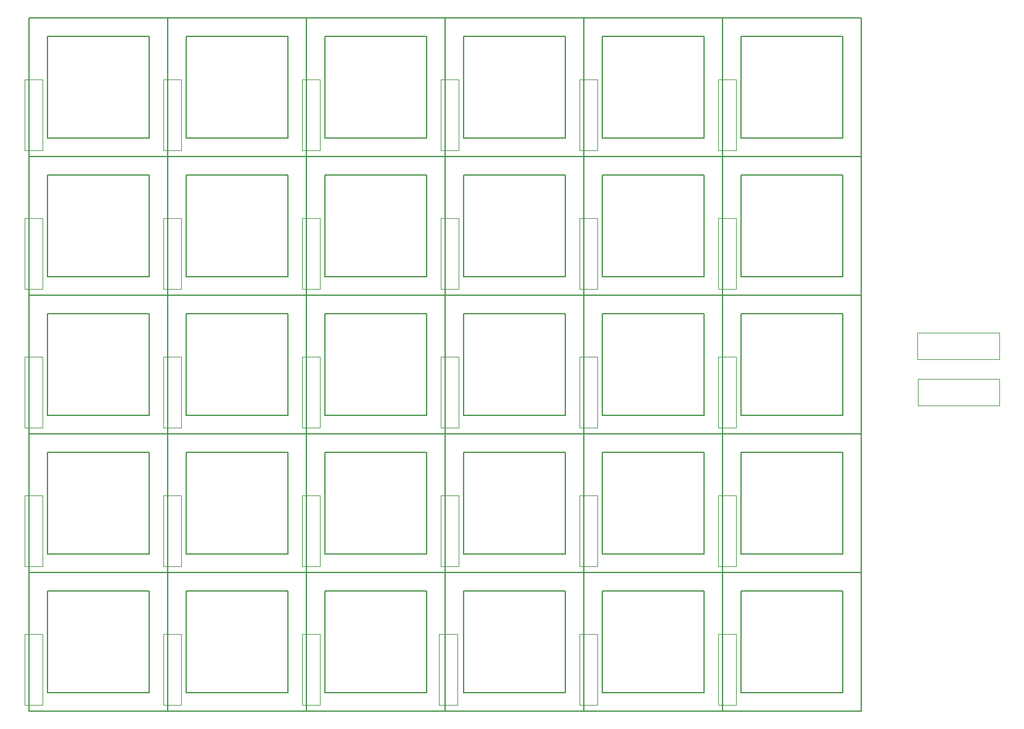
<source format=gbr>
%TF.GenerationSoftware,KiCad,Pcbnew,(5.1.9)-1*%
%TF.CreationDate,2021-03-27T16:35:30+07:00*%
%TF.ProjectId,LetsSplit256,4c657473-5370-46c6-9974-3235362e6b69,rev?*%
%TF.SameCoordinates,Original*%
%TF.FileFunction,Other,User*%
%FSLAX46Y46*%
G04 Gerber Fmt 4.6, Leading zero omitted, Abs format (unit mm)*
G04 Created by KiCad (PCBNEW (5.1.9)-1) date 2021-03-27 16:35:30*
%MOMM*%
%LPD*%
G01*
G04 APERTURE LIST*
%ADD10C,0.050000*%
%ADD11C,0.150000*%
G04 APERTURE END LIST*
D10*
%TO.C,JL1*%
X148060000Y-83080000D02*
X159260000Y-83080000D01*
X159260000Y-83080000D02*
X159260000Y-79480000D01*
X159260000Y-79480000D02*
X148060000Y-79480000D01*
X148060000Y-79480000D02*
X148060000Y-83080000D01*
%TO.C,JL2*%
X159280000Y-85830000D02*
X148080000Y-85830000D01*
X148080000Y-85830000D02*
X148080000Y-89430000D01*
X148080000Y-89430000D02*
X159280000Y-89430000D01*
X159280000Y-89430000D02*
X159280000Y-85830000D01*
D11*
%TO.C,KLZ1*%
X47610000Y-95870000D02*
X47610000Y-109870000D01*
X47610000Y-109870000D02*
X61610000Y-109870000D01*
X61610000Y-109870000D02*
X61610000Y-95870000D01*
X61610000Y-95870000D02*
X47610000Y-95870000D01*
X45085000Y-93345000D02*
X64135000Y-93345000D01*
X64135000Y-93345000D02*
X64135000Y-112395000D01*
X64135000Y-112395000D02*
X45085000Y-112395000D01*
X45085000Y-112395000D02*
X45085000Y-93345000D01*
%TO.C,KLX1*%
X66660000Y-95870000D02*
X66660000Y-109870000D01*
X66660000Y-109870000D02*
X80660000Y-109870000D01*
X80660000Y-109870000D02*
X80660000Y-95870000D01*
X80660000Y-95870000D02*
X66660000Y-95870000D01*
X64135000Y-93345000D02*
X83185000Y-93345000D01*
X83185000Y-93345000D02*
X83185000Y-112395000D01*
X83185000Y-112395000D02*
X64135000Y-112395000D01*
X64135000Y-112395000D02*
X64135000Y-93345000D01*
%TO.C,KLW1*%
X66660000Y-57770000D02*
X66660000Y-71770000D01*
X66660000Y-71770000D02*
X80660000Y-71770000D01*
X80660000Y-71770000D02*
X80660000Y-57770000D01*
X80660000Y-57770000D02*
X66660000Y-57770000D01*
X64135000Y-55245000D02*
X83185000Y-55245000D01*
X83185000Y-55245000D02*
X83185000Y-74295000D01*
X83185000Y-74295000D02*
X64135000Y-74295000D01*
X64135000Y-74295000D02*
X64135000Y-55245000D01*
%TO.C,KLV1*%
X104760000Y-95870000D02*
X104760000Y-109870000D01*
X104760000Y-109870000D02*
X118760000Y-109870000D01*
X118760000Y-109870000D02*
X118760000Y-95870000D01*
X118760000Y-95870000D02*
X104760000Y-95870000D01*
X102235000Y-93345000D02*
X121285000Y-93345000D01*
X121285000Y-93345000D02*
X121285000Y-112395000D01*
X121285000Y-112395000D02*
X102235000Y-112395000D01*
X102235000Y-112395000D02*
X102235000Y-93345000D01*
%TO.C,KLR1*%
X104760000Y-57770000D02*
X104760000Y-71770000D01*
X104760000Y-71770000D02*
X118760000Y-71770000D01*
X118760000Y-71770000D02*
X118760000Y-57770000D01*
X118760000Y-57770000D02*
X104760000Y-57770000D01*
X102235000Y-55245000D02*
X121285000Y-55245000D01*
X121285000Y-55245000D02*
X121285000Y-74295000D01*
X121285000Y-74295000D02*
X102235000Y-74295000D01*
X102235000Y-74295000D02*
X102235000Y-55245000D01*
%TO.C,KLQ1*%
X47610000Y-57770000D02*
X47610000Y-71770000D01*
X47610000Y-71770000D02*
X61610000Y-71770000D01*
X61610000Y-71770000D02*
X61610000Y-57770000D01*
X61610000Y-57770000D02*
X47610000Y-57770000D01*
X45085000Y-55245000D02*
X64135000Y-55245000D01*
X64135000Y-55245000D02*
X64135000Y-74295000D01*
X64135000Y-74295000D02*
X45085000Y-74295000D01*
X45085000Y-74295000D02*
X45085000Y-55245000D01*
%TO.C,KLFunc65*%
X123810000Y-114920000D02*
X123810000Y-128920000D01*
X123810000Y-128920000D02*
X137810000Y-128920000D01*
X137810000Y-128920000D02*
X137810000Y-114920000D01*
X137810000Y-114920000D02*
X123810000Y-114920000D01*
X121285000Y-112395000D02*
X140335000Y-112395000D01*
X140335000Y-112395000D02*
X140335000Y-131445000D01*
X140335000Y-131445000D02*
X121285000Y-131445000D01*
X121285000Y-131445000D02*
X121285000Y-112395000D01*
%TO.C,KLFunc55*%
X104760000Y-114920000D02*
X104760000Y-128920000D01*
X104760000Y-128920000D02*
X118760000Y-128920000D01*
X118760000Y-128920000D02*
X118760000Y-114920000D01*
X118760000Y-114920000D02*
X104760000Y-114920000D01*
X102235000Y-112395000D02*
X121285000Y-112395000D01*
X121285000Y-112395000D02*
X121285000Y-131445000D01*
X121285000Y-131445000D02*
X102235000Y-131445000D01*
X102235000Y-131445000D02*
X102235000Y-112395000D01*
%TO.C,KLFunc35*%
X66660000Y-114920000D02*
X66660000Y-128920000D01*
X66660000Y-128920000D02*
X80660000Y-128920000D01*
X80660000Y-128920000D02*
X80660000Y-114920000D01*
X80660000Y-114920000D02*
X66660000Y-114920000D01*
X64135000Y-112395000D02*
X83185000Y-112395000D01*
X83185000Y-112395000D02*
X83185000Y-131445000D01*
X83185000Y-131445000D02*
X64135000Y-131445000D01*
X64135000Y-131445000D02*
X64135000Y-112395000D01*
%TO.C,KLFunc25*%
X47610000Y-114920000D02*
X47610000Y-128920000D01*
X47610000Y-128920000D02*
X61610000Y-128920000D01*
X61610000Y-128920000D02*
X61610000Y-114920000D01*
X61610000Y-114920000D02*
X47610000Y-114920000D01*
X45085000Y-112395000D02*
X64135000Y-112395000D01*
X64135000Y-112395000D02*
X64135000Y-131445000D01*
X64135000Y-131445000D02*
X45085000Y-131445000D01*
X45085000Y-131445000D02*
X45085000Y-112395000D01*
%TO.C,KLFunc15*%
X28560000Y-114920000D02*
X28560000Y-128920000D01*
X28560000Y-128920000D02*
X42560000Y-128920000D01*
X42560000Y-128920000D02*
X42560000Y-114920000D01*
X42560000Y-114920000D02*
X28560000Y-114920000D01*
X26035000Y-112395000D02*
X45085000Y-112395000D01*
X45085000Y-112395000D02*
X45085000Y-131445000D01*
X45085000Y-131445000D02*
X26035000Y-131445000D01*
X26035000Y-131445000D02*
X26035000Y-112395000D01*
%TO.C,KLFunc14*%
X28560000Y-95870000D02*
X28560000Y-109870000D01*
X28560000Y-109870000D02*
X42560000Y-109870000D01*
X42560000Y-109870000D02*
X42560000Y-95870000D01*
X42560000Y-95870000D02*
X28560000Y-95870000D01*
X26035000Y-93345000D02*
X45085000Y-93345000D01*
X45085000Y-93345000D02*
X45085000Y-112395000D01*
X45085000Y-112395000D02*
X26035000Y-112395000D01*
X26035000Y-112395000D02*
X26035000Y-93345000D01*
%TO.C,KLFunc13*%
X28560000Y-76820000D02*
X28560000Y-90820000D01*
X28560000Y-90820000D02*
X42560000Y-90820000D01*
X42560000Y-90820000D02*
X42560000Y-76820000D01*
X42560000Y-76820000D02*
X28560000Y-76820000D01*
X26035000Y-74295000D02*
X45085000Y-74295000D01*
X45085000Y-74295000D02*
X45085000Y-93345000D01*
X45085000Y-93345000D02*
X26035000Y-93345000D01*
X26035000Y-93345000D02*
X26035000Y-74295000D01*
%TO.C,KLFunc12*%
X28560000Y-57770000D02*
X28560000Y-71770000D01*
X28560000Y-71770000D02*
X42560000Y-71770000D01*
X42560000Y-71770000D02*
X42560000Y-57770000D01*
X42560000Y-57770000D02*
X28560000Y-57770000D01*
X26035000Y-55245000D02*
X45085000Y-55245000D01*
X45085000Y-55245000D02*
X45085000Y-74295000D01*
X45085000Y-74295000D02*
X26035000Y-74295000D01*
X26035000Y-74295000D02*
X26035000Y-55245000D01*
%TO.C,KLFunc11*%
X28560000Y-38720000D02*
X28560000Y-52720000D01*
X28560000Y-52720000D02*
X42560000Y-52720000D01*
X42560000Y-52720000D02*
X42560000Y-38720000D01*
X42560000Y-38720000D02*
X28560000Y-38720000D01*
X26035000Y-36195000D02*
X45085000Y-36195000D01*
X45085000Y-36195000D02*
X45085000Y-55245000D01*
X45085000Y-55245000D02*
X26035000Y-55245000D01*
X26035000Y-55245000D02*
X26035000Y-36195000D01*
%TO.C,KLF1*%
X104760000Y-76820000D02*
X104760000Y-90820000D01*
X104760000Y-90820000D02*
X118760000Y-90820000D01*
X118760000Y-90820000D02*
X118760000Y-76820000D01*
X118760000Y-76820000D02*
X104760000Y-76820000D01*
X102235000Y-74295000D02*
X121285000Y-74295000D01*
X121285000Y-74295000D02*
X121285000Y-93345000D01*
X121285000Y-93345000D02*
X102235000Y-93345000D01*
X102235000Y-93345000D02*
X102235000Y-74295000D01*
%TO.C,KLE1*%
X85710000Y-57770000D02*
X85710000Y-71770000D01*
X85710000Y-71770000D02*
X99710000Y-71770000D01*
X99710000Y-71770000D02*
X99710000Y-57770000D01*
X99710000Y-57770000D02*
X85710000Y-57770000D01*
X83185000Y-55245000D02*
X102235000Y-55245000D01*
X102235000Y-55245000D02*
X102235000Y-74295000D01*
X102235000Y-74295000D02*
X83185000Y-74295000D01*
X83185000Y-74295000D02*
X83185000Y-55245000D01*
%TO.C,KLD1*%
X85710000Y-76820000D02*
X85710000Y-90820000D01*
X85710000Y-90820000D02*
X99710000Y-90820000D01*
X99710000Y-90820000D02*
X99710000Y-76820000D01*
X99710000Y-76820000D02*
X85710000Y-76820000D01*
X83185000Y-74295000D02*
X102235000Y-74295000D01*
X102235000Y-74295000D02*
X102235000Y-93345000D01*
X102235000Y-93345000D02*
X83185000Y-93345000D01*
X83185000Y-93345000D02*
X83185000Y-74295000D01*
%TO.C,KLC1*%
X85710000Y-95870000D02*
X85710000Y-109870000D01*
X85710000Y-109870000D02*
X99710000Y-109870000D01*
X99710000Y-109870000D02*
X99710000Y-95870000D01*
X99710000Y-95870000D02*
X85710000Y-95870000D01*
X83185000Y-93345000D02*
X102235000Y-93345000D01*
X102235000Y-93345000D02*
X102235000Y-112395000D01*
X102235000Y-112395000D02*
X83185000Y-112395000D01*
X83185000Y-112395000D02*
X83185000Y-93345000D01*
%TO.C,KLB1*%
X123810000Y-95870000D02*
X123810000Y-109870000D01*
X123810000Y-109870000D02*
X137810000Y-109870000D01*
X137810000Y-109870000D02*
X137810000Y-95870000D01*
X137810000Y-95870000D02*
X123810000Y-95870000D01*
X121285000Y-93345000D02*
X140335000Y-93345000D01*
X140335000Y-93345000D02*
X140335000Y-112395000D01*
X140335000Y-112395000D02*
X121285000Y-112395000D01*
X121285000Y-112395000D02*
X121285000Y-93345000D01*
%TO.C,KLA1*%
X47610000Y-76820000D02*
X47610000Y-90820000D01*
X47610000Y-90820000D02*
X61610000Y-90820000D01*
X61610000Y-90820000D02*
X61610000Y-76820000D01*
X61610000Y-76820000D02*
X47610000Y-76820000D01*
X45085000Y-74295000D02*
X64135000Y-74295000D01*
X64135000Y-74295000D02*
X64135000Y-93345000D01*
X64135000Y-93345000D02*
X45085000Y-93345000D01*
X45085000Y-93345000D02*
X45085000Y-74295000D01*
%TO.C,KL4*%
X104760000Y-38720000D02*
X104760000Y-52720000D01*
X104760000Y-52720000D02*
X118760000Y-52720000D01*
X118760000Y-52720000D02*
X118760000Y-38720000D01*
X118760000Y-38720000D02*
X104760000Y-38720000D01*
X102235000Y-36195000D02*
X121285000Y-36195000D01*
X121285000Y-36195000D02*
X121285000Y-55245000D01*
X121285000Y-55245000D02*
X102235000Y-55245000D01*
X102235000Y-55245000D02*
X102235000Y-36195000D01*
%TO.C,KL3*%
X85710000Y-38720000D02*
X85710000Y-52720000D01*
X85710000Y-52720000D02*
X99710000Y-52720000D01*
X99710000Y-52720000D02*
X99710000Y-38720000D01*
X99710000Y-38720000D02*
X85710000Y-38720000D01*
X83185000Y-36195000D02*
X102235000Y-36195000D01*
X102235000Y-36195000D02*
X102235000Y-55245000D01*
X102235000Y-55245000D02*
X83185000Y-55245000D01*
X83185000Y-55245000D02*
X83185000Y-36195000D01*
%TO.C,KL2*%
X66660000Y-38720000D02*
X66660000Y-52720000D01*
X66660000Y-52720000D02*
X80660000Y-52720000D01*
X80660000Y-52720000D02*
X80660000Y-38720000D01*
X80660000Y-38720000D02*
X66660000Y-38720000D01*
X64135000Y-36195000D02*
X83185000Y-36195000D01*
X83185000Y-36195000D02*
X83185000Y-55245000D01*
X83185000Y-55245000D02*
X64135000Y-55245000D01*
X64135000Y-55245000D02*
X64135000Y-36195000D01*
%TO.C,KL1*%
X47610000Y-38720000D02*
X47610000Y-52720000D01*
X47610000Y-52720000D02*
X61610000Y-52720000D01*
X61610000Y-52720000D02*
X61610000Y-38720000D01*
X61610000Y-38720000D02*
X47610000Y-38720000D01*
X45085000Y-36195000D02*
X64135000Y-36195000D01*
X64135000Y-36195000D02*
X64135000Y-55245000D01*
X64135000Y-55245000D02*
X45085000Y-55245000D01*
X45085000Y-55245000D02*
X45085000Y-36195000D01*
%TO.C,KLS1*%
X66660000Y-76820000D02*
X66660000Y-90820000D01*
X66660000Y-90820000D02*
X80660000Y-90820000D01*
X80660000Y-90820000D02*
X80660000Y-76820000D01*
X80660000Y-76820000D02*
X66660000Y-76820000D01*
X64135000Y-74295000D02*
X83185000Y-74295000D01*
X83185000Y-74295000D02*
X83185000Y-93345000D01*
X83185000Y-93345000D02*
X64135000Y-93345000D01*
X64135000Y-93345000D02*
X64135000Y-74295000D01*
%TO.C,KLFunc45*%
X85710000Y-114920000D02*
X85710000Y-128920000D01*
X85710000Y-128920000D02*
X99710000Y-128920000D01*
X99710000Y-128920000D02*
X99710000Y-114920000D01*
X99710000Y-114920000D02*
X85710000Y-114920000D01*
X83185000Y-112395000D02*
X102235000Y-112395000D01*
X102235000Y-112395000D02*
X102235000Y-131445000D01*
X102235000Y-131445000D02*
X83185000Y-131445000D01*
X83185000Y-131445000D02*
X83185000Y-112395000D01*
%TO.C,KLT1*%
X123810000Y-57770000D02*
X123810000Y-71770000D01*
X123810000Y-71770000D02*
X137810000Y-71770000D01*
X137810000Y-71770000D02*
X137810000Y-57770000D01*
X137810000Y-57770000D02*
X123810000Y-57770000D01*
X121285000Y-55245000D02*
X140335000Y-55245000D01*
X140335000Y-55245000D02*
X140335000Y-74295000D01*
X140335000Y-74295000D02*
X121285000Y-74295000D01*
X121285000Y-74295000D02*
X121285000Y-55245000D01*
%TO.C,KL5*%
X123810000Y-38720000D02*
X123810000Y-52720000D01*
X123810000Y-52720000D02*
X137810000Y-52720000D01*
X137810000Y-52720000D02*
X137810000Y-38720000D01*
X137810000Y-38720000D02*
X123810000Y-38720000D01*
X121285000Y-36195000D02*
X140335000Y-36195000D01*
X140335000Y-36195000D02*
X140335000Y-55245000D01*
X140335000Y-55245000D02*
X121285000Y-55245000D01*
X121285000Y-55245000D02*
X121285000Y-36195000D01*
%TO.C,KLG1*%
X123810000Y-76820000D02*
X123810000Y-90820000D01*
X123810000Y-90820000D02*
X137810000Y-90820000D01*
X137810000Y-90820000D02*
X137810000Y-76820000D01*
X137810000Y-76820000D02*
X123810000Y-76820000D01*
X121285000Y-74295000D02*
X140335000Y-74295000D01*
X140335000Y-74295000D02*
X140335000Y-93345000D01*
X140335000Y-93345000D02*
X121285000Y-93345000D01*
X121285000Y-93345000D02*
X121285000Y-74295000D01*
D10*
%TO.C,DL65*%
X120670000Y-120870000D02*
X120670000Y-130590000D01*
X123170000Y-120870000D02*
X120670000Y-120870000D01*
X123170000Y-130590000D02*
X123170000Y-120870000D01*
X120670000Y-130590000D02*
X123170000Y-130590000D01*
%TO.C,DL64*%
X120670000Y-111540000D02*
X123170000Y-111540000D01*
X123170000Y-111540000D02*
X123170000Y-101820000D01*
X123170000Y-101820000D02*
X120670000Y-101820000D01*
X120670000Y-101820000D02*
X120670000Y-111540000D01*
%TO.C,DL63*%
X120670000Y-82770000D02*
X120670000Y-92490000D01*
X123170000Y-82770000D02*
X120670000Y-82770000D01*
X123170000Y-92490000D02*
X123170000Y-82770000D01*
X120670000Y-92490000D02*
X123170000Y-92490000D01*
%TO.C,DL62*%
X120670000Y-63720000D02*
X120670000Y-73440000D01*
X123170000Y-63720000D02*
X120670000Y-63720000D01*
X123170000Y-73440000D02*
X123170000Y-63720000D01*
X120670000Y-73440000D02*
X123170000Y-73440000D01*
%TO.C,DL61*%
X120670000Y-44670000D02*
X120670000Y-54390000D01*
X123170000Y-44670000D02*
X120670000Y-44670000D01*
X123170000Y-54390000D02*
X123170000Y-44670000D01*
X120670000Y-54390000D02*
X123170000Y-54390000D01*
%TO.C,DL55*%
X101620000Y-130590000D02*
X104120000Y-130590000D01*
X104120000Y-130590000D02*
X104120000Y-120870000D01*
X104120000Y-120870000D02*
X101620000Y-120870000D01*
X101620000Y-120870000D02*
X101620000Y-130590000D01*
%TO.C,DL54*%
X101620000Y-101820000D02*
X101620000Y-111540000D01*
X104120000Y-101820000D02*
X101620000Y-101820000D01*
X104120000Y-111540000D02*
X104120000Y-101820000D01*
X101620000Y-111540000D02*
X104120000Y-111540000D01*
%TO.C,DL53*%
X101620000Y-92490000D02*
X104120000Y-92490000D01*
X104120000Y-92490000D02*
X104120000Y-82770000D01*
X104120000Y-82770000D02*
X101620000Y-82770000D01*
X101620000Y-82770000D02*
X101620000Y-92490000D01*
%TO.C,DL52*%
X101620000Y-73440000D02*
X104120000Y-73440000D01*
X104120000Y-73440000D02*
X104120000Y-63720000D01*
X104120000Y-63720000D02*
X101620000Y-63720000D01*
X101620000Y-63720000D02*
X101620000Y-73440000D01*
%TO.C,DL51*%
X101620000Y-54390000D02*
X104120000Y-54390000D01*
X104120000Y-54390000D02*
X104120000Y-44670000D01*
X104120000Y-44670000D02*
X101620000Y-44670000D01*
X101620000Y-44670000D02*
X101620000Y-54390000D01*
%TO.C,DL45*%
X82365001Y-120870000D02*
X82365001Y-130590000D01*
X84865001Y-120870000D02*
X82365001Y-120870000D01*
X84865001Y-130590000D02*
X84865001Y-120870000D01*
X82365001Y-130590000D02*
X84865001Y-130590000D01*
%TO.C,DL44*%
X82570000Y-111540000D02*
X85070000Y-111540000D01*
X85070000Y-111540000D02*
X85070000Y-101820000D01*
X85070000Y-101820000D02*
X82570000Y-101820000D01*
X82570000Y-101820000D02*
X82570000Y-111540000D01*
%TO.C,DL43*%
X82570000Y-82770000D02*
X82570000Y-92490000D01*
X85070000Y-82770000D02*
X82570000Y-82770000D01*
X85070000Y-92490000D02*
X85070000Y-82770000D01*
X82570000Y-92490000D02*
X85070000Y-92490000D01*
%TO.C,DL42*%
X82570000Y-63720000D02*
X82570000Y-73440000D01*
X85070000Y-63720000D02*
X82570000Y-63720000D01*
X85070000Y-73440000D02*
X85070000Y-63720000D01*
X82570000Y-73440000D02*
X85070000Y-73440000D01*
%TO.C,DL41*%
X82570000Y-44670000D02*
X82570000Y-54390000D01*
X85070000Y-44670000D02*
X82570000Y-44670000D01*
X85070000Y-54390000D02*
X85070000Y-44670000D01*
X82570000Y-54390000D02*
X85070000Y-54390000D01*
%TO.C,DL35*%
X63520000Y-130590000D02*
X66020000Y-130590000D01*
X66020000Y-130590000D02*
X66020000Y-120870000D01*
X66020000Y-120870000D02*
X63520000Y-120870000D01*
X63520000Y-120870000D02*
X63520000Y-130590000D01*
%TO.C,DL34*%
X63520000Y-101820000D02*
X63520000Y-111540000D01*
X66020000Y-101820000D02*
X63520000Y-101820000D01*
X66020000Y-111540000D02*
X66020000Y-101820000D01*
X63520000Y-111540000D02*
X66020000Y-111540000D01*
%TO.C,DL33*%
X63520000Y-92490000D02*
X66020000Y-92490000D01*
X66020000Y-92490000D02*
X66020000Y-82770000D01*
X66020000Y-82770000D02*
X63520000Y-82770000D01*
X63520000Y-82770000D02*
X63520000Y-92490000D01*
%TO.C,DL32*%
X63520000Y-73440000D02*
X66020000Y-73440000D01*
X66020000Y-73440000D02*
X66020000Y-63720000D01*
X66020000Y-63720000D02*
X63520000Y-63720000D01*
X63520000Y-63720000D02*
X63520000Y-73440000D01*
%TO.C,DL31*%
X63520000Y-54390000D02*
X66020000Y-54390000D01*
X66020000Y-54390000D02*
X66020000Y-44670000D01*
X66020000Y-44670000D02*
X63520000Y-44670000D01*
X63520000Y-44670000D02*
X63520000Y-54390000D01*
%TO.C,DL25*%
X44470000Y-120870000D02*
X44470000Y-130590000D01*
X46970000Y-120870000D02*
X44470000Y-120870000D01*
X46970000Y-130590000D02*
X46970000Y-120870000D01*
X44470000Y-130590000D02*
X46970000Y-130590000D01*
%TO.C,DL24*%
X44470000Y-111540000D02*
X46970000Y-111540000D01*
X46970000Y-111540000D02*
X46970000Y-101820000D01*
X46970000Y-101820000D02*
X44470000Y-101820000D01*
X44470000Y-101820000D02*
X44470000Y-111540000D01*
%TO.C,DL23*%
X44470000Y-82770000D02*
X44470000Y-92490000D01*
X46970000Y-82770000D02*
X44470000Y-82770000D01*
X46970000Y-92490000D02*
X46970000Y-82770000D01*
X44470000Y-92490000D02*
X46970000Y-92490000D01*
%TO.C,DL22*%
X44470000Y-73440000D02*
X46970000Y-73440000D01*
X46970000Y-73440000D02*
X46970000Y-63720000D01*
X46970000Y-63720000D02*
X44470000Y-63720000D01*
X44470000Y-63720000D02*
X44470000Y-73440000D01*
%TO.C,DL21*%
X44470000Y-44670000D02*
X44470000Y-54390000D01*
X46970000Y-44670000D02*
X44470000Y-44670000D01*
X46970000Y-54390000D02*
X46970000Y-44670000D01*
X44470000Y-54390000D02*
X46970000Y-54390000D01*
%TO.C,DL15*%
X25420000Y-130590000D02*
X27920000Y-130590000D01*
X27920000Y-130590000D02*
X27920000Y-120870000D01*
X27920000Y-120870000D02*
X25420000Y-120870000D01*
X25420000Y-120870000D02*
X25420000Y-130590000D01*
%TO.C,DL14*%
X25420000Y-111540000D02*
X27920000Y-111540000D01*
X27920000Y-111540000D02*
X27920000Y-101820000D01*
X27920000Y-101820000D02*
X25420000Y-101820000D01*
X25420000Y-101820000D02*
X25420000Y-111540000D01*
%TO.C,DL13*%
X25420000Y-82770000D02*
X25420000Y-92490000D01*
X27920000Y-82770000D02*
X25420000Y-82770000D01*
X27920000Y-92490000D02*
X27920000Y-82770000D01*
X25420000Y-92490000D02*
X27920000Y-92490000D01*
%TO.C,DL12*%
X25420000Y-63720000D02*
X25420000Y-73440000D01*
X27920000Y-63720000D02*
X25420000Y-63720000D01*
X27920000Y-73440000D02*
X27920000Y-63720000D01*
X25420000Y-73440000D02*
X27920000Y-73440000D01*
%TO.C,DL11*%
X25420000Y-54390000D02*
X27920000Y-54390000D01*
X27920000Y-54390000D02*
X27920000Y-44670000D01*
X27920000Y-44670000D02*
X25420000Y-44670000D01*
X25420000Y-44670000D02*
X25420000Y-54390000D01*
%TD*%
M02*

</source>
